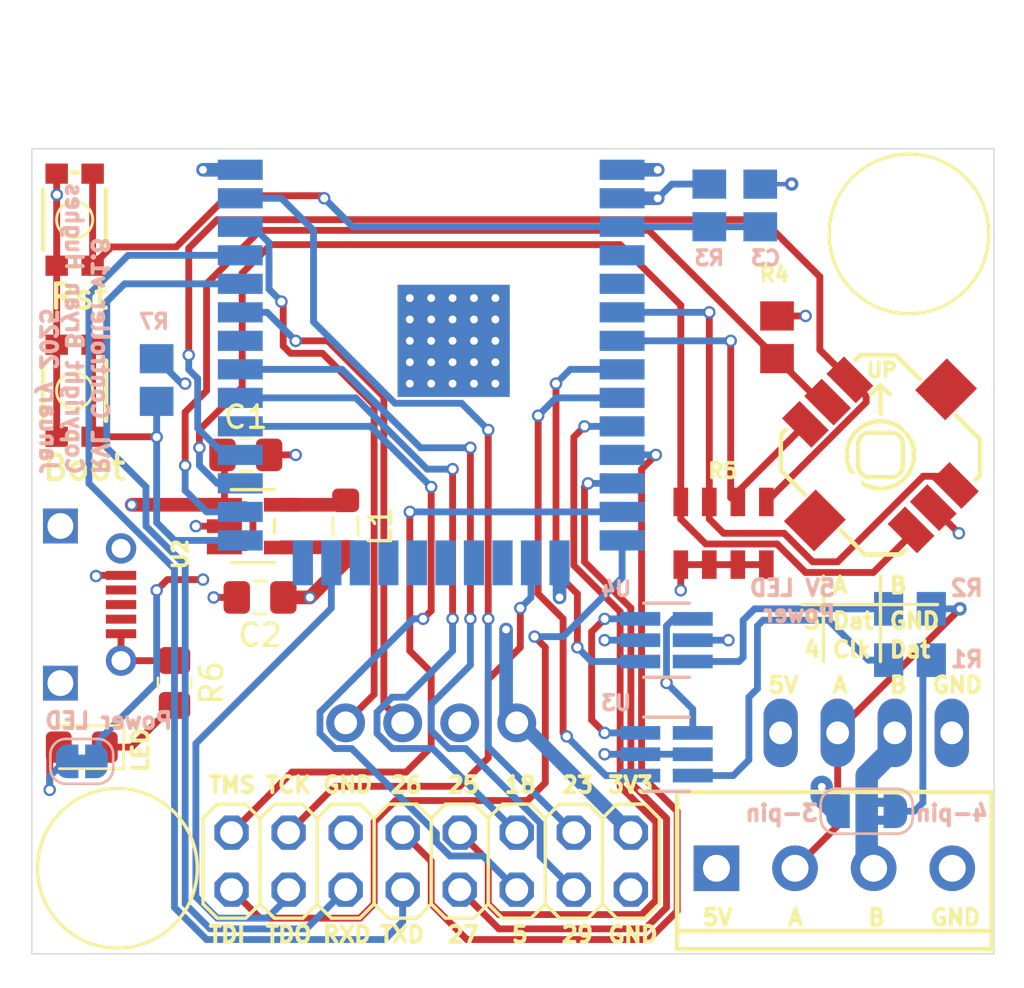
<source format=kicad_pcb>
(kicad_pcb (version 20240108) (generator "pcbnew") (generator_version "8.0")
  (layers (0 "F.Cu" signal) (1 "In1.Cu" signal) (2 "In2.Cu" signal) (31 "B.Cu" signal) (34 "B.Paste" user) (35 "F.Paste" user) (36 "B.SilkS" user "B.Silkscreen") (37 "F.SilkS" user "F.Silkscreen") (38 "B.Mask" user) (39 "F.Mask" user) (44 "Edge.Cuts" user))
  (net 0 "")
  (net 1 "GND")
  (net 2 "+3.3V")
  (net 3 "Net-(J1-Pad2)")
  (net 4 "+5V")
  (net 5 "LED_CLOCK")
  (net 6 "LED_DATA")
  (net 7 "TXD")
  (net 8 "RXD")
  (net 9 "GPIO23")
  (net 10 "SDA")
  (net 11 "SCL")
  (net 12 "Net-(U2-SW)")
  (net 13 "DOWN")
  (net 14 "UP")
  (net 15 "LEFT")
  (net 16 "RIGHT")
  (net 17 "CENTER")
  (net 18 "TDO")
  (net 19 "TDI")
  (net 20 "TCK")
  (net 21 "TMS")
  (net 22 "GPIO27")
  (net 23 "GPIO25")
  (net 24 "GPIO26")
  (net 25 "Net-(U3-A)")
  (net 26 "Net-(U4-A)")
  (net 27 "GPIO5")
  (net 28 "GPIO18")
  (net 29 "GPIO19")
  (net 30 "Net-(U$2-EN)")
  (net 31 "Net-(U$2-IO0)")
  (net 45 "Net-(LED1-K)")
  (net 46 "Net-(SJ1-C)")
  (net 47 "Net-(SJ1-A)")
  (footprint "controller:SCREWTERMINAL-3.5MM-4" (layer "F.Cu") (at 157.55985 119.1261)
    (property "Reference" "J1" (hide yes))
    (property "Value" "CONN_04SCREW")
  )
  (footprint "Resistor_SMD:R_0805_2012Metric_Pad1.20x1.40mm_HandSolder" (layer "F.Cu") (at 133.42985 110.8711 -90)
    (property "Reference" "R6")
    (property "Value" "1k")
  )
  (footprint "controller:1X04" (layer "F.Cu") (at 164.22735 113.0936)
    (property "Reference" "JP1" (hide yes))
    (property "Value" "PINHD-1X4")
  )
  (footprint "controller:MF05A-M" (layer "F.Cu") (at 136.92235 103.8861)
    (property "Reference" "U2")
    (property "Value" "LM3671MF-3.3/NOPBMF05A-M" (hide yes))
  )
  (footprint "MountingHole:MountingHole_3.5mm" (layer "F.Cu") (at 166.116 90.932)
    (property "Reference" "H2" (hide yes))
    (property "Value" "MountingHole")
  )
  (footprint "controller:TACTILE_SWITCH_SMD_4.6X2.8MM" (layer "F.Cu") (at 128.98485 97.8536 90)
    (property "Reference" "S2" (hide yes))
    (property "Value" "MOMENTARY-SWITCH-SPST-2-SMD-4.6X2.8MM")
  )
  (footprint "controller:TACTILE_SWITCH_SMD_4.6X2.8MM" (layer "F.Cu") (at 128.98485 90.2336 -90)
    (property "Reference" "S3" (hide yes))
    (property "Value" "MOMENTARY-SWITCH-SPST-2-SMD-4.6X2.8MM")
  )
  (footprint "LED_SMD:LED_0805_2012Metric_Pad1.15x1.40mm_HandSolder" (layer "F.Cu") (at 129.30235 113.7286 180)
    (property "Reference" "LED1" (hide yes))
    (property "Value" "Power")
  )
  (footprint "controller:R0805" (layer "F.Cu") (at 160.2586 95.47235 90)
    (property "Reference" "R4")
    (property "Value" "10k" (hide yes))
  )
  (footprint "controller:JOYSTICK_MINI" (layer "F.Cu") (at 164.86235 100.7111 -45)
    (property "Reference" "S1" (hide yes))
    (property "Value" "JOYSTICK_MINI")
  )
  (footprint "Inductor_SMD:L_0805_2012Metric_Pad1.05x1.20mm_HandSolder" (layer "F.Cu") (at 141.04985 103.8861 -90)
    (property "Reference" "L1")
    (property "Value" "2.2uH")
  )
  (footprint "controller:2012-4N-CONCAVE" (layer "F.Cu") (at 157.87735 104.2036)
    (property "Reference" "R5")
    (property "Value" "10k" (hide yes))
  )
  (footprint "Capacitor_SMD:C_0805_2012Metric_Pad1.18x1.45mm_HandSolder" (layer "F.Cu") (at 137.23985 107.0611 180)
    (property "Reference" "C2")
    (property "Value" "10uF")
  )
  (footprint "controller:2X08" (layer "F.Cu") (at 144.85985 118.8086 180)
    (property "Reference" "JP2" (hide yes))
    (property "Value" "PINHD-2X8")
  )
  (footprint "Capacitor_SMD:C_0805_2012Metric_Pad1.18x1.45mm_HandSolder" (layer "F.Cu") (at 136.60485 100.7111)
    (property "Reference" "C1")
    (property "Value" "4.7uF")
  )
  (footprint "controller:SSD1306-OLED" (layer "F.Cu") (at 144.85985 114.6811)
    (property "Reference" "U$5" (hide yes))
    (property "Value" "SSD1306-OLED" (hide yes))
  )
  (footprint "MountingHole:MountingHole_3.5mm" (layer "F.Cu") (at 130.81 119.126)
    (property "Reference" "H1" (hide yes))
    (property "Value" "MountingHole")
  )
  (footprint "controller:10118194-MICRO-USB" (layer "F.Cu") (at 128.34985 107.3786 -90)
    (property "Reference" "U1" (hide yes))
    (property "Value" "10118194-MICRO-USB" (hide yes))
  )
  (footprint "controller:DBV6-M" (layer "B.Cu") (at 155.33735 114.0461 180)
    (property "Reference" "U3")
    (property "Value" "SN74LVC1T45DBVRDBV6-M" (hide yes))
  )
  (footprint "controller:C0805" (layer "B.Cu") (at 159.512 89.601 90)
    (property "Reference" "C3")
    (property "Value" "1uF")
  )
  (footprint "controller:R0805" (layer "B.Cu") (at 166.177 109.855)
    (property "Reference" "R1")
    (property "Value" "68")
  )
  (footprint "Jumper:SolderJumper-3_P1.3mm_Bridged2Bar12_RoundedPad1.0x1.5mm_NumberLabels" (layer "B.Cu") (at 164.25 116.5861 180)
    (property "Reference" "SJ1" (hide yes))
    (property "Value" "LED Type")
  )
  (footprint "controller:R0805" (layer "B.Cu") (at 132.6361 97.37735 90)
    (property "Reference" "R7")
    (property "Value" "10k" (hide yes))
  )
  (footprint "controller:DBV6-M" (layer "B.Cu") (at 155.33735 108.9661 180)
    (property "Reference" "U4")
    (property "Value" "SN74LVC1T45DBVRDBV6-M" (hide yes))
  )
  (footprint "Jumper:SolderJumper-2_P1.3mm_Bridged_RoundedPad1.0x1.5mm" (layer "B.Cu") (at 129.30235 114.3636 180)
    (property "Reference" "SJ2" (hide yes))
    (property "Value" "SJ")
  )
  (footprint "controller:ESP32-WROOM-32D" (layer "B.Cu") (at 144.85985 88.0111 180)
    (property "Reference" "U$2" (hide yes))
    (property "Value" "ESP32-WROOM-32D" (hide yes))
  )
  (footprint "controller:R0805" (layer "B.Cu") (at 166.177 107.569)
    (property "Reference" "R2")
    (property "Value" "68")
  )
  (footprint "controller:R0805" (layer "B.Cu") (at 157.24235 89.5986 90)
    (property "Reference" "R3")
    (property "Value" "10k" (hide yes))
  )
  (gr_line (start 162.32235 106.1086) (end 162.32235 109.9186) (stroke (width 0.1524)) (layer "F.SilkS"))
  (gr_circle (center 130.88985 119.1261) (end 134.44585 119.1261) (stroke (width 0.1524)) (fill none) (layer "F.SilkS"))
  (gr_line (start 164.86235 106.1086) (end 164.86235 109.9186) (stroke (width 0.1524)) (layer "F.SilkS"))
  (gr_circle (center 166.13235 90.8686) (end 169.68835 90.8686) (stroke (width 0.1524)) (fill none) (layer "F.SilkS"))
  (gr_line (start 161.36985 107.3786) (end 167.40235 107.3786) (stroke (width 0.1524)) (layer "F.SilkS"))
  (gr_line (start 169.92235 122.9361) (end 169.92235 87.0711) (stroke (width 0.05)) (layer "Edge.Cuts"))
  (gr_line (start 169.92235 87.0711) (end 127.07985 87.0711) (stroke (width 0.05)) (layer "Edge.Cuts"))
  (gr_line (start 127.07985 87.0711) (end 127.07985 122.9361) (stroke (width 0.05)) (layer "Edge.Cuts"))
  (gr_line (start 127.07985 122.9361) (end 169.92235 122.9361) (stroke (width 0.05)) (layer "Edge.Cuts"))
  (gr_text "5V LED\nPower" (at 162.941 108.204 0) (layer "B.SilkS") (effects (font (size 0.7112 0.7112) (thickness 0.1778)) (justify left bottom mirror)))
  (gr_text "4-pin" (at 169.75 116.25 0) (layer "B.SilkS") (effects (font (size 0.7112 0.7112) (thickness 0.1778)) (justify left top mirror)))
  (gr_text "3-pin" (at 158.75 116.25 0) (layer "B.SilkS") (effects (font (size 0.7112 0.7112) (thickness 0.1778)) (justify right top mirror)))
  (gr_text "Power LED" (at 133.42985 112.1411 0) (layer "B.SilkS") (effects (font (size 0.7112 0.7112) (thickness 0.1778)) (justify left top mirror)))
  (gr_text "RVL Controller v1.8\nCopyright Bryan Hughes\nJanuary 2025" (at 127.39735 101.6636 270) (layer "B.SilkS") (effects (font (size 0.7112 0.7112) (thickness 0.1778)) (justify left bottom mirror)))
  (gr_text "GND" (at 167.08485 110.5536 0) (layer "F.SilkS") (effects (font (size 0.7112 0.7112) (thickness 0.1778)) (justify left top)))
  (gr_text "A" (at 160.655 120.904 0) (layer "F.SilkS") (effects (font (size 0.7112 0.7112) (thickness 0.1778)) (justify left top)))
  (gr_text "Boot" (at 127.46085 101.9176 0) (layer "F.SilkS") (effects (font (size 1.0795 1.0795) (thickness 0.1905)) (justify left bottom)))
  (gr_text "TCK" (at 137.3986 114.9986 0) (layer "F.SilkS") (effects (font (size 0.7112 0.7112) (thickness 0.1778)) (justify left top)))
  (gr_text "TDO" (at 137.3986 121.6661 0) (layer "F.SilkS") (effects (font (size 0.7112 0.7112) (thickness 0.1778)) (justify left top)))
  (gr_text "LED" (at 131.5 112.7761 90) (layer "F.SilkS") (effects (font (size 0.7112 0.7112) (thickness 0.1778)) (justify right top)))
  (gr_text "25" (at 145.49485 114.9986 0) (layer "F.SilkS") (effects (font (size 0.7112 0.7112) (thickness 0.1778)) (justify left top)))
  (gr_text "GND" (at 167.005 120.904 0) (layer "F.SilkS") (effects (font (size 0.7112 0.7112) (thickness 0.1778)) (justify left top)))
  (gr_text "4" (at 161.36985 108.9661 0) (layer "F.SilkS") (effects (font (size 0.7112 0.7112) (thickness 0.1778)) (justify left top)))
  (gr_text "23" (at 150.57485 114.9986 0) (layer "F.SilkS") (effects (font (size 0.7112 0.7112) (thickness 0.1778)) (justify left top)))
  (gr_text "27" (at 145.49485 121.6661 0) (layer "F.SilkS") (effects (font (size 0.7112 0.7112) (thickness 0.1778)) (justify left top)))
  (gr_text "B" (at 165.17985 106.1086 0) (layer "F.SilkS") (effects (font (size 0.7112 0.7112) (thickness 0.1778)) (justify left top)))
  (gr_text "29" (at 150.57485 121.6661 0) (layer "F.SilkS") (effects (font (size 0.7112 0.7112) (thickness 0.1778)) (justify left top)))
  (gr_text "Dat" (at 162.63985 107.6961 0) (layer "F.SilkS") (effects (font (size 0.7112 0.7112) (thickness 0.1778)) (justify left top)))
  (gr_text "GND" (at 165.17985 107.6961 0) (layer "F.SilkS") (effects (font (size 0.7112 0.7112) (thickness 0.1778)) (justify left top)))
  (gr_text "5V" (at 159.78235 110.5536 0) (layer "F.SilkS") (effects (font (size 0.7112 0.7112) (thickness 0.1778)) (justify left top)))
  (gr_text "3V3" (at 152.6386 114.9986 0) (layer "F.SilkS") (effects (font (size 0.7112 0.7112) (thickness 0.1778)) (justify left top)))
  (gr_text "TXD" (at 142.4786 121.6661 0) (layer "F.SilkS") (effects (font (size 0.7112 0.7112) (thickness 0.1778)) (justify left top)))
  (gr_text "26" (at 142.95485 114.9986 0) (layer "F.SilkS") (effects (font (size 0.7112 0.7112) (thickness 0.1778)) (justify left top)))
  (gr_text "A" (at 162.63985 110.5536 0) (layer "F.SilkS") (effects (font (size 0.7112 0.7112) (thickness 0.1778)) (justify left top)))
  (gr_text "GND" (at 152.6386 121.6661 0) (layer "F.SilkS") (effects (font (size 0.7112 0.7112) (thickness 0.1778)) (justify left top)))
  (gr_text "3" (at 161.36985 107.6961 0) (layer "F.SilkS") (effects (font (size 0.7112 0.7112) (thickness 0.1778)) (justify left top)))
  (gr_text "Clk" (at 162.63985 108.9661 0) (layer "F.SilkS") (effects (font (size 0.7112 0.7112) (thickness 0.1778)) (justify left top)))
  (gr_text "Dat" (at 165.17985 108.9661 0) (layer "F.SilkS") (effects (font (size 0.7112 0.7112) (thickness 0.1778)) (justify left top)))
  (gr_text "RXD" (at 139.9386 121.6661 0) (layer "F.SilkS") (effects (font (size 0.7112 0.7112) (thickness 0.1778)) (justify left top)))
  (gr_text "5V" (at 156.845 120.904 0) (layer "F.SilkS") (effects (font (size 0.7112 0.7112) (thickness 0.1778)) (justify left top)))
  (gr_text "A" (at 162.63985 106.1086 0) (layer "F.SilkS") (effects (font (size 0.7112 0.7112) (thickness 0.1778)) (justify left top)))
  (gr_text "18" (at 148.03485 114.9986 0) (layer "F.SilkS") (effects (font (size 0.7112 0.7112) (thickness 0.1778)) (justify left top)))
  (gr_text "5" (at 148.35235 121.6661 0) (layer "F.SilkS") (effects (font (size 0.7112 0.7112) (thickness 0.1778)) (justify left top)))
  (gr_text "B" (at 164.211 120.904 0) (layer "F.SilkS") (effects (font (size 0.7112 0.7112) (thickness 0.1778)) (justify left top)))
  (gr_text "TDI" (at 134.8586 121.6661 0) (layer "F.SilkS") (effects (font (size 0.7112 0.7112) (thickness 0.1778)) (justify left top)))
  (gr_text "GND" (at 139.9386 114.9986 0) (layer "F.SilkS") (effects (font (size 0.7112 0.7112) (thickness 0.1778)) (justify left top)))
  (gr_text "TMS" (at 134.8586 114.9986 0) (layer "F.SilkS") (effects (font (size 0.7112 0.7112) (thickness 0.1778)) (justify left top)))
  (gr_text "Rst" (at 127.77835 94.2976 0) (layer "F.SilkS") (effects (font (size 1.0795 1.0795) (thickness 0.1905)) (justify left bottom)))
  (gr_text "B" (at 165.17985 110.5536 0) (layer "F.SilkS") (effects (font (size 0.7112 0.7112) (thickness 0.1778)) (justify left top)))
  (segment (start 168.354846 104.2036) (end 168.35485 104.2036) (width 0.3048) (layer "F.Cu") (net 1))
  (segment (start 128.18485 89.1161) (end 128.18485 88.1836) (width 0.3048) (layer "F.Cu") (net 1))
  (segment (start 128.18485 89.1286) (end 128.1911 89.12235) (width 0.3048) (layer "F.Cu") (net 1))
  (segment (start 128.18485 95.8036) (end 128.18485 92.2836) (width 0.3048) (layer "F.Cu") (net 1))
  (segment (start 131.04985 108.6786) (end 131.04985 109.8786) (width 0.3048) (layer "F.Cu") (net 1))
  (segment (start 128.18485 99.9036) (end 128.18485 95.8036) (width 0.3048) (layer "F.Cu") (net 1))
  (segment (start 131.04985 109.8786) (end 133.38735 109.8786) (width 0.3048) (layer "F.Cu") (net 1))
  (segment (start 133.38735 109.8786) (end 133.42985 109.9211) (width 0.3048) (layer "F.Cu") (net 1))
  (segment (start 128.18485 92.2836) (end 128.18485 89.1286) (width 0.3048) (layer "F.Cu") (net 1))
  (segment (start 128.1911 89.12235) (end 128.18485 89.1161) (width 0.3048) (layer "F.Cu") (net 1))
  (segment (start 136.28985 107.0611) (end 135.1761 107.0611) (width 0.3048) (layer "F.Cu") (net 1))
  (segment (start 167.213478 103.062232) (end 168.354846 104.2036) (width 0.3048) (layer "F.Cu") (net 1))
  (segment (start 135.65315 103.8861) (end 134.38235 103.8861) (width 0.3048) (layer "F.Cu") (net 1))
  (segment (start 137.55485 100.7111) (end 138.82735 100.7111) (width 0.3048) (layer "F.Cu") (net 1))
  (via (at 145.81235 93.7261) (size 0.5532) (drill 0.35) (layers "F.Cu" "B.Cu") (net 1))
  (via (at 144.85985 96.5836) (size 0.5532) (drill 0.35) (layers "F.Cu" "B.Cu") (net 1))
  (via (at 143.90735 94.6786) (size 0.5532) (drill 0.35) (layers "F.Cu" "B.Cu") (net 1))
  (via (at 158.09325 108.9661) (size 0.5532) (drill 0.35) (layers "F.Cu" "B.Cu") (net 1))
  (via (at 143.90735 95.6311) (size 0.5532) (drill 0.35) (layers "F.Cu" "B.Cu") (net 1))
  (via (at 147.71735 97.5361) (size 0.5532) (drill 0.35) (layers "F.Cu" "B.Cu") (net 1))
  (via (at 147.71735 93.7261) (size 0.5532) (drill 0.35) (layers "F.Cu" "B.Cu") (net 1))
  (via (at 145.81235 95.6311) (size 0.5532) (drill 0.35) (layers "F.Cu" "B.Cu") (net 1))
  (via (at 145.81235 96.5836) (size 0.5532) (drill 0.35) (layers "F.Cu" "B.Cu") (net 1))
  (via (at 145.81235 94.6786) (size 0.5532) (drill 0.35) (layers "F.Cu" "B.Cu") (net 1))
  (via (at 152.58145 114.0461) (size 0.5532) (drill 0.35) (layers "F.Cu" "B.Cu") (net 1))
  (via (at 146.76485 94.6786) (size 0.5532) (drill 0.35) (layers "F.Cu" "B.Cu") (net 1))
  (via (at 146.76485 95.6311) (size 0.5532) (drill 0.35) (layers "F.Cu" "B.Cu") (net 1))
  (via (at 146.76485 93.7261) (size 0.5532) (drill 0.35) (layers "F.Cu" "B.Cu") (net 1))
  (via (at 135.1761 107.0611) (size 0.5532) (drill 0.35) (layers "F.Cu" "B.Cu") (net 1))
  (via (at 152.58145 108.9661) (size 0.5532) (drill 0.35) (layers "F.Cu" "B.Cu") (net 1))
  (via (at 154.94735 88.0111) (size 0.5532) (drill 0.35) (layers "F.Cu" "B.Cu") (net 1))
  (via (at 146.76485 97.5361) (size 0.5532) (drill 0.35) (layers "F.Cu" "B.Cu") (net 1))
  (via (at 143.90735 93.7261) (size 0.5532) (drill 0.35) (layers "F.Cu" "B.Cu") (net 1))
  (via (at 162.25 115.5) (size 0.5532) (drill 0.35) (layers "F.Cu" "B.Cu") (net 1))
  (via (at 147.71735 95.6311) (size 0.5532) (drill 0.35) (layers "F.Cu" "B.Cu") (net 1))
  (via (at 138.82735 100.7111) (size 0.5532) (drill 0.35) (layers "F.Cu" "B.Cu") (net 1))
  (via (at 150.57485 107.0611) (size 0.5532) (drill 0.35) (layers "F.Cu" "B.Cu") (net 1))
  (via (at 147.71735 96.5836) (size 0.5532) (drill 0.35) (layers "F.Cu" "B.Cu") (net 1))
  (via (at 143.90735 97.5361) (size 0.5532) (drill 0.35) (layers "F.Cu" "B.Cu") (net 1))
  (via (at 145.81235 97.5361) (size 0.5532) (drill 0.35) (layers "F.Cu" "B.Cu") (net 1))
  (via (at 144.85985 94.6786) (size 0.5532) (drill 0.35) (layers "F.Cu" "B.Cu") (net 1))
  (via (at 128.1911 89.12235) (size 0.5532) (drill 0.35) (layers "F.Cu" "B.Cu") (net 1))
  (via (at 144.85985 93.7261) (size 0.5532) (drill 0.35) (layers "F.Cu" "B.Cu") (net 1))
  (via (at 147.71735 94.6786) (size 0.5532) (drill 0.35) (layers "F.Cu" "B.Cu") (net 1))
  (via (at 143.90735 96.5836) (size 0.5532) (drill 0.35) (layers "F.Cu" "B.Cu") (net 1))
  (via (at 134.69985 88.0111) (size 0.5532) (drill 0.35) (layers "F.Cu" "B.Cu") (net 1))
  (via (at 146.76485 96.5836) (size 0.5532) (drill 0.35) (layers "F.Cu" "B.Cu") (net 1))
  (via (at 144.85985 97.5361) (size 0.5532) (drill 0.35) (layers "F.Cu" "B.Cu") (net 1))
  (via (at 144.85985 95.6311) (size 0.5532) (drill 0.35) (layers "F.Cu" "B.Cu") (net 1))
  (via (at 134.38235 103.8861) (size 0.5532) (drill 0.35) (layers "F.Cu" "B.Cu") (net 1))
  (via (at 160.909 88.646) (size 0.6) (drill 0.3) (layers "F.Cu" "B.Cu") (net 1))
  (via (at 168.35485 104.2036) (size 0.5532) (drill 0.35) (layers "F.Cu" "B.Cu") (net 1))
  (segment (start 150.57485 105.5211) (end 150.57485 107.0611) (width 0.6096) (layer "B.Cu") (net 1))
  (segment (start 162.25 115.8861) (end 162.95 116.5861) (width 1) (layer "B.Cu") (net 1))
  (segment (start 153.35985 88.0111) (end 154.94735 88.0111) (width 0.6096) (layer "B.Cu") (net 1))
  (segment (start 136.35985 88.0111) (end 134.69985 88.0111) (width 0.6096) (layer "B.Cu") (net 1))
  (segment (start 152.58145 108.9661) (end 154.16895 108.9661) (width 0.3048) (layer "B.Cu") (net 1))
  (segment (start 145.85985 95.6311) (end 145.81235 95.6786) (width 0.6096) (layer "B.Cu") (net 1))
  (segment (start 160.904 88.651) (end 160.909 88.646) (width 0.2) (layer "B.Cu") (net 1))
  (segment (start 145.81235 95.6786) (end 145.81235 96.5836) (width 0.6096) (layer "B.Cu") (net 1))
  (segment (start 159.512 88.651) (end 160.904 88.651) (width 0.2) (layer "B.Cu") (net 1))
  (segment (start 156.50575 108.9661) (end 158.09325 108.9661) (width 0.3048) (layer "B.Cu") (net 1))
  (segment (start 154.16895 114.0461) (end 156.50575 114.0461) (width 0.3048) (layer "B.Cu") (net 1))
  (segment (start 152.58145 114.0461) (end 154.16895 114.0461) (width 0.3048) (layer "B.Cu") (net 1))
  (segment (start 162.25 115.5) (end 162.25 115.8861) (width 1) (layer "B.Cu") (net 1))
  (segment (start 127.8736 114.10735) (end 128.25235 113.7286) (width 0.3048) (layer "F.Cu") (net 2))
  (segment (start 152.58145 108.0161) (end 152.0036 108.59395) (width 0.3048) (layer "F.Cu") (net 2))
  (segment (start 152.0036 112.51825) (end 152.58145 113.0961) (width 0.3048) (layer "F.Cu") (net 2))
  (segment (start 133.11235 106.26735) (end 134.69985 106.26735) (width 0.3048) (layer "F.Cu") (net 2))
  (segment (start 161.5261 94.52235) (end 161.5286 94.51985) (width 0.3048) (layer "F.Cu") (net 2))
  (segment (start 141.04985 104.8261) (end 141.04985 105.4711) (width 0.6096) (layer "F.Cu") (net 2))
  (segment (start 152.0036 108.59395) (end 152.0036 112.51825) (width 0.3048) (layer "F.Cu") (net 2))
  (segment (start 157.24235 105.6006) (end 158.51235 105.6006) (width 0.3048) (layer "F.Cu") (net 2))
  (segment (start 155.97235 106.7436) (end 155.97235 105.6006) (width 0.3048) (layer "F.Cu") (net 2))
  (segment (start 138.20405 104.8261) (end 141.04985 104.8261) (width 0.6096) (layer "F.Cu") (net 2))
  (segment (start 155.97235 105.6006) (end 157.24235 105.6006) (width 0.3048) (layer "F.Cu") (net 2))
  (segment (start 141.04985 105.4711) (end 139.45985 107.0611) (width 0.6096) (layer "F.Cu") (net 2))
  (segment (start 158.51235 105.6006) (end 159.78235 105.6006) (width 0.3048) (layer "F.Cu") (net 2))
  (segment (start 160.2586 94.52235) (end 161.5261 94.52235) (width 0.3048) (layer "F.Cu") (net 2))
  (segment (start 139.45985 107.0611) (end 138.18985 107.0611) (width 0.6096) (layer "F.Cu") (net 2))
  (segment (start 132.6361 106.7436) (end 133.11235 106.26735) (width 0.3048) (layer "F.Cu") (net 2))
  (segment (start 138.19155 104.8386) (end 138.20405 104.8261) (width 0.6096) (layer "F.Cu") (net 2))
  (segment (start 127.8736 115.6336) (end 127.8736 114.10735) (width 0.3048) (layer "F.Cu") (net 2))
  (via (at 161.5286 94.51985) (size 0.5532) (drill 0.35) (layers "F.Cu" "B.Cu") (net 2))
  (via (at 139.45985 107.0611) (size 0.5532) (drill 0.35) (layers "F.Cu" "B.Cu") (net 2))
  (via (at 152.58145 108.0161) (size 0.5532) (drill 0.35) (layers "F.Cu" "B.Cu") (net 2))
  (via (at 152.58145 113.0961) (size 0.5532) (drill 0.35) (layers "F.Cu" "B.Cu") (net 2))
  (via (at 155.97235 106.7436) (size 0.5532) (drill 0.35) (layers "F.Cu" "B.Cu") (net 2))
  (via (at 134.69985 106.26735) (size 0.5532) (drill 0.35) (layers "F.Cu" "B.Cu") (net 2))
  (via (at 132.6361 106.7436) (size 0.5532) (drill 0.35) (layers "F.Cu" "B.Cu") (net 2))
  (via (at 148.1936 108.48985) (size 0.5532) (drill 0.35) (layers "F.Cu" "B.Cu") (net 2))
  (via (at 127.8736 115.6336) (size 0.5532) (drill 0.35) (layers "F.Cu" "B.Cu") (net 2))
  (via (at 133.9061 97.5361) (size 0.5532) (drill 0.35) (layers "F.Cu" "B.Cu") (net 2))
  (via (at 154.94735 89.2811) (size 0.5532) (drill 0.35) (layers "F.Cu" "B.Cu") (net 2))
  (segment (start 132.6361 106.7436) (end 132.6361 110.83935) (width 0.3048) (layer "B.Cu") (net 2))
  (segment (start 132.6361 110.83935) (end 130.06435 113.4111) (width 0.3048) (layer "B.Cu") (net 2))
  (segment (start 153.74985 117.5386) (end 148.86035 112.6491) (width 0.6096) (layer "B.Cu") (net 2))
  (segment (start 127.8736 115.03035) (end 127.8736 115.6336) (width 0.3048) (layer "B.Cu") (net 2))
  (segment (start 133.74485 97.5361) (end 133.9061 97.5361) (width 0.3048) (layer "B.Cu") (net 2))
  (segment (start 148.1936 112.17285) (end 148.1936 108.48985) (width 0.6096) (layer "B.Cu") (net 2))
  (segment (start 153.35985 89.2811) (end 154.94735 89.2811) (width 0.6096) (layer "B.Cu") (net 2))
  (segment (start 148.86035 112.6491) (end 148.66985 112.6491) (width 0.6096) (layer "B.Cu") (net 2))
  (segment (start 130.06435 114.3636) (end 128.54035 114.3636) (width 0.3048) (layer "B.Cu") (net 2))
  (segment (start 148.66985 112.6491) (end 148.1936 112.17285) (width 0.6096) (layer "B.Cu") (net 2))
  (segment (start 130.06435 113.4111) (end 130.06435 114.3636) (width 0.3048) (layer "B.Cu") (net 2))
  (segment (start 132.6361 96.42735) (end 133.74485 97.5361) (width 0.3048) (layer "B.Cu") (net 2))
  (segment (start 152.58145 113.0961) (end 154.16895 113.0961) (width 0.3048) (layer "B.Cu") (net 2))
  (segment (start 152.58145 108.0161) (end 154.16895 108.0161) (width 0.3048) (layer "B.Cu") (net 2))
  (segment (start 157.24235 88.6486) (end 155.57985 88.6486) (width 0.3048) (layer "B.Cu") (net 2))
  (segment (start 155.57985 88.6486) (end 154.94735 89.2811) (width 0.3048) (layer "B.Cu") (net 2))
  (segment (start 128.54035 114.3636) (end 127.8736 115.03035) (width 0.3048) (layer "B.Cu") (net 2))
  (segment (start 162.95735 113.0936) (end 162.95735 117.2286) (width 0.3048) (layer "F.Cu") (net 3))
  (segment (start 162.95735 113.01365) (end 162.95735 113.0936) (width 0.3048) (layer "F.Cu") (net 3))
  (segment (start 168.402 107.569) (end 162.95735 113.01365) (width 0.3048) (layer "F.Cu") (net 3))
  (segment (start 162.95735 117.2286) (end 161.05985 119.1261) (width 0.3048) (layer "F.Cu") (net 3))
  (via (at 168.402 107.569) (size 0.6) (drill 0.3) (layers "F.Cu" "B.Cu") (net 3))
  (segment (start 167.127 107.569) (end 168.402 107.569) (width 0.3048) (layer "B.Cu") (net 3))
  (segment (start 162.95735 113.0936) (end 162.652112 113.0936) (width 0.3048) (layer "B.Cu") (net 3))
  (segment (start 135.65315 104.8386) (end 136.60485 104.8386) (width 0.3048) (layer "F.Cu") (net 4))
  (segment (start 136.92235 103.2511) (end 136.60485 102.9336) (width 0.3048) (layer "F.Cu") (net 4))
  (segment (start 136.60485 104.8386) (end 136.92235 104.5211) (width 0.3048) (layer "F.Cu") (net 4))
  (segment (start 131.04985 106.0786) (end 129.96735 106.0786) (width 0.3048) (layer "F.Cu") (net 4))
  (segment (start 135.65485 100.7111) (end 135.65485 102.9319) (width 0.3048) (layer "F.Cu") (net 4))
  (segment (start 129.96735 106.0786) (end 129.93735 106.1086) (width 0.3048) (layer "F.Cu") (net 4))
  (segment (start 136.60485 102.9336) (end 135.65315 102.9336) (width 0.3048) (layer "F.Cu") (net 4))
  (segment (start 135.65485 102.9319) (end 135.65315 102.9336) (width 0.3048) (layer "F.Cu") (net 4))
  (segment (start 131.52485 102.9336) (end 135.65315 102.9336) (width 0.6096) (layer "F.Cu") (net 4))
  (segment (start 136.92235 104.5211) (end 136.92235 103.2511) (width 0.3048) (layer "F.Cu") (net 4))
  (via (at 131.52485 102.9336) (size 0.5532) (drill 0.35) (layers "F.Cu" "B.Cu") (net 4))
  (via (at 155.33735 110.8711) (size 0.5532) (drill 0.35) (layers "F.Cu" "B.Cu") (net 4))
  (via (at 129.93735 106.1086) (size 0.5532) (drill 0.35) (layers "F.Cu" "B.Cu") (net 4))
  (segment (start 155.33735 108.3311) (end 155.33735 110.8711) (width 0.3048) (layer "B.Cu") (net 4))
  (segment (start 155.33735 110.8711) (end 156.50575 112.0395) (width 0.3048) (layer "B.Cu") (net 4))
  (segment (start 155.65235 108.0161) (end 155.33735 108.3311) (width 0.3048) (layer "B.Cu") (net 4))
  (segment (start 156.50575 112.0395) (end 156.50575 113.0961) (width 0.3048) (layer "B.Cu") (net 4))
  (segment (start 156.50575 108.0161) (end 155.65235 108.0161) (width 0.3048) (layer "B.Cu") (net 4))
  (segment (start 151.3686 109.2836) (end 151.3686 106.90235) (width 0.3048) (layer "F.Cu") (net 5))
  (segment (start 150.4161 105.94985) (end 150.4161 97.5361) (width 0.3048) (layer "F.Cu") (net 5))
  (segment (start 151.3686 106.90235) (end 150.4161 105.94985) (width 0.3048) (layer "F.Cu") (net 5))
  (via (at 151.3686 109.2836) (size 0.5532) (drill 0.35) (layers "F.Cu" "B.Cu") (net 5))
  (via (at 150.4161 97.5361) (size 0.5532) (drill 0.35) (layers "F.Cu" "B.Cu") (net 5))
  (segment (start 150.4161 97.5361) (end 151.0511 96.9011) (width 0.3048) (layer "B.Cu") (net 5))
  (segment (start 151.0511 96.9011) (end 153.35985 96.9011) (width 0.3048) (layer "B.Cu") (net 5))
  (segment (start 154.16895 109.9161) (end 152.0011 109.9161) (width 0.3048) (layer "B.Cu") (net 5))
  (segment (start 152.0011 109.9161) (end 151.3686 109.2836) (width 0.3048) (layer "B.Cu") (net 5))
  (segment (start 150.7336 108.0136) (end 149.62235 106.90235) (width 0.3048) (layer "F.Cu") (net 6))
  (segment (start 150.89235 113.25235) (end 150.7336 113.0936) (width 0.3048) (layer "F.Cu") (net 6))
  (segment (start 150.7336 113.0936) (end 150.7336 108.0136) (width 0.3048) (layer "F.Cu") (net 6))
  (segment (start 149.62235 106.90235) (end 149.62235 98.96485) (width 0.3048) (layer "F.Cu") (net 6))
  (via (at 150.89235 113.25235) (size 0.5532) (drill 0.35) (layers "F.Cu" "B.Cu") (net 6))
  (via (at 149.62235 98.96485) (size 0.5532) (drill 0.35) (layers "F.Cu" "B.Cu") (net 6))
  (segment (start 149.62235 98.96485) (end 150.4161 98.1711) (width 0.3048) (layer "B.Cu") (net 6))
  (segment (start 152.6361 114.9961) (end 150.89235 113.25235) (width 0.3048) (layer "B.Cu") (net 6))
  (segment (start 154.16895 114.9961) (end 152.6361 114.9961) (width 0.3048) (layer "B.Cu") (net 6))
  (segment (start 150.4161 98.1711) (end 153.35985 98.1711) (width 0.3048) (layer "B.Cu") (net 6))
  (segment (start 136.35985 91.8211) (end 131.3661 91.8211) (width 0.3048) (layer "B.Cu") (net 7))
  (segment (start 129.61985 93.56735) (end 129.61985 101.9811) (width 0.3048) (layer "B.Cu") (net 7))
  (segment (start 133.42985 105.7911) (end 133.42985 120.87235) (width 0.3048) (layer "B.Cu") (net 7))
  (segment (start 143.58985 121.50735) (end 143.58985 120.0786) (width 0.3048) (layer "B.Cu") (net 7))
  (segment (start 134.8586 122.3011) (end 142.7961 122.3011) (width 0.3048) (layer "B.Cu") (net 7))
  (segment (start 131.3661 91.8211) (end 129.61985 93.56735) (width 0.3048) (layer "B.Cu") (net 7))
  (segment (start 142.7961 122.3011) (end 143.58985 121.50735) (width 0.3048) (layer "B.Cu") (net 7))
  (segment (start 129.61985 101.9811) (end 133.42985 105.7911) (width 0.3048) (layer "B.Cu") (net 7))
  (segment (start 133.42985 120.87235) (end 134.8586 122.3011) (width 0.3048) (layer "B.Cu") (net 7))
  (segment (start 133.9061 120.7136) (end 135.01735 121.82485) (width 0.3048) (layer "B.Cu") (net 8))
  (segment (start 131.20735 93.0911) (end 130.4136 93.88485) (width 0.3048) (layer "B.Cu") (net 8))
  (segment (start 133.9061 105.63235) (end 133.9061 120.7136) (width 0.3048) (layer "B.Cu") (net 8))
  (segment (start 130.4136 100.3936) (end 132.15985 102.13985) (width 0.3048) (layer "B.Cu") (net 8))
  (segment (start 130.4136 93.88485) (end 130.4136 100.3936) (width 0.3048) (layer "B.Cu") (net 8))
  (segment (start 136.35985 93.0911) (end 131.20735 93.0911) (width 0.3048) (layer "B.Cu") (net 8))
  (segment (start 135.01735 121.82485) (end 139.3036 121.82485) (width 0.3048) (layer "B.Cu") (net 8))
  (segment (start 132.15985 103.8861) (end 133.9061 105.63235) (width 0.3048) (layer "B.Cu") (net 8))
  (segment (start 132.15985 102.13985) (end 132.15985 103.8861) (width 0.3048) (layer "B.Cu") (net 8))
  (segment (start 139.3036 121.82485) (end 141.04985 120.0786) (width 0.3048) (layer "B.Cu") (net 8))
  (segment (start 147.39985 108.0136) (end 147.39985 99.59985) (width 0.3048) (layer "F.Cu") (net 9))
  (via (at 147.39985 99.59985) (size 0.5532) (drill 0.35) (layers "F.Cu" "B.Cu") (net 9))
  (via (at 147.39985 108.0136) (size 0.5532) (drill 0.35) (layers "F.Cu" "B.Cu") (net 9))
  (segment (start 143.244118 98.4105) (end 139.6211 94.787482) (width 0.3048) (layer "B.Cu") (net 9))
  (segment (start 147.39985 99.59985) (end 146.2105 98.4105) (width 0.3048) (layer "B.Cu") (net 9))
  (segment (start 147.39985 113.7286) (end 147.39985 108.0136) (width 0.3048) (layer "B.Cu") (net 9))
  (segment (start 139.6211 90.70985) (end 138.19235 89.2811) (width 0.3048) (layer "B.Cu") (net 9))
  (segment (start 139.6211 94.787482) (end 139.6211 90.70985) (width 0.3048) (layer "B.Cu") (net 9))
  (segment (start 151.20985 117.5386) (end 147.39985 113.7286) (width 0.3048) (layer "B.Cu") (net 9))
  (segment (start 146.2105 98.4105) (end 143.244118 98.4105) (width 0.3048) (layer "B.Cu") (net 9))
  (segment (start 138.19235 89.2811) (end 136.35985 89.2811) (width 0.3048) (layer "B.Cu") (net 9))
  (segment (start 138.27135 95.861407) (end 138.597043 96.1871) (width 0.3048) (layer "F.Cu") (net 10))
  (segment (start 142.31985 111.3791) (end 141.04985 112.6491) (width 0.3048) (layer "F.Cu") (net 10))
  (segment (start 142.31985 98.4886) (end 142.31985 111.3791) (width 0.3048) (layer "F.Cu") (net 10))
  (segment (start 138.597043 96.1871) (end 140.01835 96.1871) (width 0.3048) (layer "F.Cu") (net 10))
  (segment (start 138.19235 93.88485) (end 138.27135 93.96385) (width 0.3048) (layer "F.Cu") (net 10))
  (segment (start 140.01835 96.1871) (end 142.31985 98.4886) (width 0.3048) (layer "F.Cu") (net 10))
  (segment (start 138.27135 93.96385) (end 138.27135 95.861407) (width 0.3048) (layer "F.Cu") (net 10))
  (via (at 138.19235 93.88485) (size 0.5532) (drill 0.35) (layers "F.Cu" "B.Cu") (net 10))
  (segment (start 137.63925 91.255369) (end 136.934981 90.5511) (width 0.3048) (layer "B.Cu") (net 10))
  (segment (start 138.19235 93.88485) (end 137.63925 93.33175) (width 0.3048) (layer "B.Cu") (net 10))
  (segment (start 137.63925 93.33175) (end 137.63925 91.255369) (width 0.3048) (layer "B.Cu") (net 10))
  (segment (start 136.934981 90.5511) (end 136.35985 90.5511) (width 0.3048) (layer "B.Cu") (net 10))
  (segment (start 142.75165 98.12665) (end 140.2561 95.6311) (width 0.3048) (layer "F.Cu") (net 11))
  (segment (start 140.2561 95.6311) (end 138.82735 95.6311) (width 0.3048) (layer "F.Cu") (net 11))
  (segment (start 143.58985 112.6491) (end 142.75165 111.8109) (width 0.3048) (layer "F.Cu") (net 11))
  (segment (start 142.75165 111.8109) (end 142.75165 98.12665) (width 0.3048) (layer "F.Cu") (net 11))
  (via (at 138.82735 95.6311) (size 0.5532) (drill 0.35) (layers "F.Cu" "B.Cu") (net 11))
  (segment (start 137.55735 94.3611) (end 138.82735 95.6311) (width 0.3048) (layer "B.Cu") (net 11))
  (segment (start 136.35985 94.3611) (end 137.55735 94.3611) (width 0.3048) (layer "B.Cu") (net 11))
  (segment (start 138.19155 102.9336) (end 141.03735 102.9336) (width 0.6096) (layer "F.Cu") (net 12))
  (segment (start 141.03735 102.9336) (end 141.04985 102.9461) (width 0.6096) (layer "F.Cu") (net 12))
  (segment (start 162.1636 92.7736) (end 159.6236 90.2336) (width 0.3048) (layer "F.Cu") (net 13))
  (segment (start 162.1636 96.032454) (end 162.1636 92.7736) (width 0.3048) (layer "F.Cu") (net 13))
  (segment (start 159.6236 90.2336) (end 135.33485 90.2336) (width 0.3048) (layer "F.Cu") (net 13))
  (segment (start 135.33485 90.2336) (end 134.06485 91.5036) (width 0.3048) (layer "F.Cu") (net 13))
  (segment (start 159.78235 102.8066) (end 164.22735 98.3616) (width 0.3048) (layer "F.Cu") (net 13))
  (segment (start 163.501168 97.370022) (end 162.1636 96.032454) (width 0.3048) (layer "F.Cu") (net 13))
  (segment (start 164.22735 98.3616) (end 164.22735 98.096204) (width 0.3048) (layer "F.Cu") (net 13))
  (segment (start 134.06485 91.5036) (end 134.06485 96.2661) (width 0.3048) (layer "F.Cu") (net 13))
  (segment (start 164.22735 98.096204) (end 163.501168 97.370022) (width 0.3048) (layer "F.Cu") (net 13))
  (via (at 134.06485 96.2661) (size 0.5532) (drill 0.35) (layers "F.Cu" "B.Cu") (net 13))
  (segment (start 134.06485 96.908544) (end 134.4621 97.305794) (width 0.3048) (layer "B.Cu") (net 13))
  (segment (start 134.4621 99.52085) (end 135.65235 100.7111) (width 0.3048) (layer "B.Cu") (net 13))
  (segment (start 134.4621 97.305794) (end 134.4621 99.52085) (width 0.3048) (layer "B.Cu") (net 13))
  (segment (start 135.65235 100.7111) (end 136.35985 100.7111) (width 0.3048) (layer "B.Cu") (net 13))
  (segment (start 134.06485 96.2661) (end 134.06485 96.908544) (width 0.3048) (layer "B.Cu") (net 13))
  (segment (start 136.4461 92.61485) (end 136.4461 97.69485) (width 0.3048) (layer "F.Cu") (net 14))
  (segment (start 160.2586 104.67985) (end 161.5286 105.94985) (width 0.3048) (layer "F.Cu") (net 14))
  (segment (start 164.54485 105.94985) (end 166.223528 104.271172) (width 0.3048) (layer "F.Cu") (net 14))
  (segment (start 166.223528 104.271172) (end 166.223528 104.052182) (width 0.3048) (layer "F.Cu") (net 14))
  (segment (start 161.5286 105.94985) (end 164.54485 105.94985) (width 0.3048) (layer "F.Cu") (net 14))
  (segment (start 155.97235 102.8066) (end 155.97235 94.0436) (width 0.3048) (layer "F.Cu") (net 14))
  (segment (start 155.97235 103.5686) (end 157.0836 104.67985) (width 0.3048) (layer "F.Cu") (net 14))
  (segment (start 134.5411 99.59985) (end 134.5411 100.3936) (width 0.3048) (layer "F.Cu") (net 14))
  (segment (start 157.0836 104.67985) (end 160.2586 104.67985) (width 0.3048) (layer "F.Cu") (net 14))
  (segment (start 153.2736 91.34485) (end 155.97235 94.0436) (width 0.3048) (layer "F.Cu") (net 14))
  (segment (start 155.97235 102.8066) (end 155.97235 103.5686) (width 0.3048) (layer "F.Cu") (net 14))
  (segment (start 136.4461 92.61485) (end 137.7161 91.34485) (width 0.3048) (layer "F.Cu") (net 14))
  (segment (start 137.7161 91.34485) (end 153.2736 91.34485) (width 0.3048) (layer "F.Cu") (net 14))
  (segment (start 136.4461 97.69485) (end 134.5411 99.59985) (width 0.3048) (layer "F.Cu") (net 14))
  (via (at 134.5411 100.3936) (size 0.5532) (drill 0.35) (layers "F.Cu" "B.Cu") (net 14))
  (segment (start 134.5411 101.18735) (end 135.33485 101.9811) (width 0.3048) (layer "B.Cu") (net 14))
  (segment (start 135.33485 101.9811) (end 136.35985 101.9811) (width 0.3048) (layer "B.Cu") (net 14))
  (segment (start 134.5411 100.3936) (end 134.5411 101.18735) (width 0.3048) (layer "B.Cu") (net 14))
  (segment (start 161.521268 99.349922) (end 158.51235 102.358841) (width 0.3048) (layer "F.Cu") (net 15))
  (segment (start 158.19485 102.6161) (end 158.19485 95.6311) (width 0.3048) (layer "F.Cu") (net 15))
  (segment (start 158.51235 102.8066) (end 158.428306 102.756175) (width 0.3048) (layer "F.Cu") (net 15))
  (segment (start 158.51235 102.358841) (end 158.51235 102.8066) (width 0.3048) (layer "F.Cu") (net 15))
  (segment (start 158.428306 102.756175) (end 158.19485 102.6161) (width 0.3048) (layer "F.Cu") (net 15))
  (via (at 158.19485 95.6311) (size 0.5532) (drill 0.35) (layers "F.Cu" "B.Cu") (net 15))
  (segment (start 158.19485 95.6311) (end 153.35985 95.6311) (width 0.3048) (layer "B.Cu") (net 15))
  (segment (start 157.24235 102.8066) (end 157.24235 94.3611) (width 0.3048) (layer "F.Cu") (net 16))
  (segment (start 157.24235 102.8066) (end 157.24235 103.5686) (width 0.3048) (layer "F.Cu") (net 16))
  (segment (start 160.5761 104.2036) (end 161.8461 105.4736) (width 0.3048) (layer "F.Cu") (net 16))
  (segment (start 157.24235 103.5686) (end 157.87735 104.2036) (width 0.3048) (layer "F.Cu") (net 16))
  (segment (start 167.794746 101.6636) (end 168.203428 102.072282) (width 0.3048) (layer "F.Cu") (net 16))
  (segment (start 161.8461 105.4736) (end 162.95735 105.4736) (width 0.3048) (layer "F.Cu") (net 16))
  (segment (start 157.87735 104.2036) (end 160.5761 104.2036) (width 0.3048) (layer "F.Cu") (net 16))
  (segment (start 166.76735 101.6636) (end 167.794746 101.6636) (width 0.3048) (layer "F.Cu") (net 16))
  (segment (start 162.95735 105.4736) (end 166.76735 101.6636) (width 0.3048) (layer "F.Cu") (net 16))
  (via (at 157.24235 94.3611) (size 0.5532) (drill 0.35) (layers "F.Cu" "B.Cu") (net 16))
  (segment (start 157.24235 94.3611) (end 153.35985 94.3611) (width 0.3048) (layer "B.Cu") (net 16))
  (segment (start 133.9061 98.8061) (end 133.9061 101.18735) (width 0.3048) (layer "F.Cu") (net 17))
  (segment (start 154.5461 90.70985) (end 137.23985 90.70985) (width 0.3048) (layer "F.Cu") (net 17))
  (segment (start 134.8586 97.8536) (end 133.9061 98.8061) (width 0.3048) (layer "F.Cu") (net 17))
  (segment (start 162.196221 98.359972) (end 160.2586 96.42235) (width 0.3048) (layer "F.Cu") (net 17))
  (segment (start 162.511218 98.359972) (end 162.196221 98.359972) (width 0.3048) (layer "F.Cu") (net 17))
  (segment (start 134.8586 93.0911) (end 134.8586 97.8536) (width 0.3048) (layer "F.Cu") (net 17))
  (segment (start 137.23985 90.70985) (end 134.8586 93.0911) (width 0.3048) (layer "F.Cu") (net 17))
  (segment (start 160.2586 96.42235) (end 154.5461 90.70985) (width 0.3048) (layer "F.Cu") (net 17))
  (via (at 133.9061 101.18735) (size 0.5532) (drill 0.35) (layers "F.Cu" "B.Cu") (net 17))
  (segment (start 134.8586 103.2511) (end 136.35985 103.2511) (width 0.3048) (layer "B.Cu") (net 17))
  (segment (start 133.9061 102.2986) (end 134.8586 103.2511) (width 0.3048) (layer "B.Cu") (net 17))
  (segment (start 133.9061 101.18735) (end 133.9061 102.2986) (width 0.3048) (layer "B.Cu") (net 17))
  (segment (start 134.38235 120.3961) (end 135.33485 121.3486) (width 0.3048) (layer "B.Cu") (net 18))
  (segment (start 135.33485 121.3486) (end 137.55735 121.3486) (width 0.3048) (layer "B.Cu") (net 18))
  (segment (start 140.41485 105.5211) (end 140.41485 107.53735) (width 0.3048) (layer "B.Cu") (net 18))
  (segment (start 137.55735 121.3486) (end 138.50985 120.3961) (width 0.3048) (layer "B.Cu") (net 18))
  (segment (start 134.38235 113.56985) (end 134.38235 120.3961) (width 0.3048) (layer "B.Cu") (net 18))
  (segment (start 140.41485 107.53735) (end 134.38235 113.56985) (width 0.3048) (layer "B.Cu") (net 18))
  (segment (start 138.50985 120.3961) (end 138.50985 120.0786) (width 0.3048) (layer "B.Cu") (net 18))
  (segment (start 141.68485 121.3486) (end 142.31985 120.7136) (width 0.3048) (layer "F.Cu") (net 19))
  (segment (start 149.1461 116.10985) (end 149.93985 115.3161) (width 0.3048) (layer "F.Cu") (net 19))
  (segment (start 135.96985 120.0786) (end 137.23985 121.3486) (width 0.3048) (layer "F.Cu") (net 19))
  (segment (start 142.31985 117.06235) (end 143.27235 116.10985) (width 0.3048) (layer "F.Cu") (net 19))
  (segment (start 149.93985 109.2836) (end 149.4636 108.80735) (width 0.3048) (layer "F.Cu") (net 19))
  (segment (start 149.93985 115.3161) (end 149.93985 109.2836) (width 0.3048) (layer "F.Cu") (net 19))
  (segment (start 137.23985 121.3486) (end 141.68485 121.3486) (width 0.3048) (layer "F.Cu") (net 19))
  (segment (start 142.31985 120.7136) (end 142.31985 117.06235) (width 0.3048) (layer "F.Cu") (net 19))
  (segment (start 143.27235 116.10985) (end 149.1461 116.10985) (width 0.3048) (layer "F.Cu") (net 19))
  (via (at 149.4636 108.80735) (size 0.5532) (drill 0.35) (layers "F.Cu" "B.Cu") (net 19))
  (segment (start 153.35985 104.5211) (end 153.35985 106.1811) (width 0.3048) (layer "B.Cu") (net 19))
  (segment (start 153.35985 106.1811) (end 150.7336 108.80735) (width 0.3048) (layer "B.Cu") (net 19))
  (segment (start 150.7336 108.80735) (end 149.4636 108.80735) (width 0.3048) (layer "B.Cu") (net 19))
  (segment (start 146.12985 115.47485) (end 147.39985 114.20485) (width 0.3048) (layer "F.Cu") (net 20))
  (segment (start 140.5736 115.47485) (end 146.12985 115.47485) (width 0.3048) (layer "F.Cu") (net 20))
  (segment (start 138.50985 117.5386) (end 140.5736 115.47485) (width 0.3048) (layer "F.Cu") (net 20))
  (segment (start 147.39985 110.71235) (end 148.8286 109.2836) (width 0.3048) (layer "F.Cu") (net 20))
  (segment (start 147.39985 114.20485) (end 147.39985 110.71235) (width 0.3048) (layer "F.Cu") (net 20))
  (segment (start 148.8286 109.2836) (end 148.8286 107.53735) (width 0.3048) (layer "F.Cu") (net 20))
  (via (at 148.8286 107.53735) (size 0.5532) (drill 0.35) (layers "F.Cu" "B.Cu") (net 20))
  (segment (start 149.30485 105.5211) (end 149.30485 107.0611) (width 0.3048) (layer "B.Cu") (net 20))
  (segment (start 149.30485 107.0611) (end 148.8286 107.53735) (width 0.3048) (layer "B.Cu") (net 20))
  (segment (start 144.85985 113.7286) (end 144.85985 110.39485) (width 0.3048) (layer "F.Cu") (net 21))
  (segment (start 143.7486 114.83985) (end 144.85985 113.7286) (width 0.3048) (layer "F.Cu") (net 21))
  (segment (start 135.96985 117.5386) (end 138.6686 114.83985) (width 0.3048) (layer "F.Cu") (net 21))
  (segment (start 138.6686 114.83985) (end 143.7486 114.83985) (width 0.3048) (layer "F.Cu") (net 21))
  (segment (start 144.85985 110.39485) (end 143.90735 109.44235) (width 0.3048) (layer "F.Cu") (net 21))
  (segment (start 143.90735 109.44235) (end 143.90735 103.2511) (width 0.3048) (layer "F.Cu") (net 21))
  (via (at 143.90735 103.2511) (size 0.5532) (drill 0.35) (layers "F.Cu" "B.Cu") (net 21))
  (segment (start 143.90735 103.2511) (end 153.35985 103.2511) (width 0.3048) (layer "B.Cu") (net 21))
  (segment (start 153.74985 107.53735) (end 151.6861 105.4736) (width 0.3048) (layer "F.Cu") (net 22))
  (segment (start 151.6861 105.4736) (end 151.6861 102.13985) (width 0.3048) (layer "F.Cu") (net 22))
  (segment (start 147.8761 121.82485) (end 154.38485 121.82485) (width 0.3048) (layer "F.Cu") (net 22))
  (segment (start 153.74985 115.3161) (end 153.74985 107.53735) (width 0.3048) (layer "F.Cu") (net 22))
  (segment (start 146.12985 120.0786) (end 147.8761 121.82485) (width 0.3048) (layer "F.Cu") (net 22))
  (segment (start 151.6861 102.13985) (end 151.84485 101.9811) (width 0.3048) (layer "F.Cu") (net 22))
  (segment (start 155.33735 120.87235) (end 155.33735 116.9036) (width 0.3048) (layer "F.Cu") (net 22))
  (segment (start 155.33735 116.9036) (end 153.74985 115.3161) (width 0.3048) (layer "F.Cu") (net 22))
  (segment (start 154.38485 121.82485) (end 155.33735 120.87235) (width 0.3048) (layer "F.Cu") (net 22))
  (via (at 151.84485 101.9811) (size 0.5532) (drill 0.35) (layers "F.Cu" "B.Cu") (net 22))
  (segment (start 151.84485 101.9811) (end 153.35985 101.9811) (width 0.3048) (layer "B.Cu") (net 22))
  (segment (start 147.39985 118.8086) (end 147.39985 120.7136) (width 0.3048) (layer "F.Cu") (net 23))
  (segment (start 153.2736 107.6961) (end 151.20985 105.63235) (width 0.3048) (layer "F.Cu") (net 23))
  (segment (start 154.2261 121.18985) (end 154.8611 120.55485) (width 0.3048) (layer "F.Cu") (net 23))
  (segment (start 151.20985 99.91735) (end 151.6861 99.4411) (width 0.3048) (layer "F.Cu") (net 23))
  (segment (start 147.39985 120.7136) (end 147.8761 121.18985) (width 0.3048) (layer "F.Cu") (net 23))
  (segment (start 154.8611 120.55485) (end 154.8611 117.06235) (width 0.3048) (layer "F.Cu") (net 23))
  (segment (start 153.2736 115.47485) (end 153.2736 107.6961) (width 0.3048) (layer "F.Cu") (net 23))
  (segment (start 146.12985 117.5386) (end 147.39985 118.8086) (width 0.3048) (layer "F.Cu") (net 23))
  (segment (start 151.20985 105.63235) (end 151.20985 99.91735) (width 0.3048) (layer "F.Cu") (net 23))
  (segment (start 154.8611 117.06235) (end 153.2736 115.47485) (width 0.3048) (layer "F.Cu") (net 23))
  (segment (start 147.8761 121.18985) (end 154.2261 121.18985) (width 0.3048) (layer "F.Cu") (net 23))
  (via (at 151.6861 99.4411) (size 0.5532) (drill 0.35) (layers "F.Cu" "B.Cu") (net 23))
  (segment (start 151.6861 99.4411) (end 153.35985 99.4411) (width 0.3048) (layer "B.Cu") (net 23))
  (segment (start 155.8136 116.5861) (end 154.2261 114.9986) (width 0.3048) (layer "F.Cu") (net 24))
  (segment (start 144.85985 118.8086) (end 144.85985 120.7136) (width 0.3048) (layer "F.Cu") (net 24))
  (segment (start 154.2261 111.8236) (end 154.2261 101.3461) (width 0.3048) (layer "F.Cu") (net 24))
  (segment (start 146.44735 122.3011) (end 154.5436 122.3011) (width 0.3048) (layer "F.Cu") (net 24))
  (segment (start 144.85985 120.7136) (end 146.44735 122.3011) (width 0.3048) (layer "F.Cu") (net 24))
  (segment (start 154.5436 122.3011) (end 155.8136 121.0311) (width 0.3048) (layer "F.Cu") (net 24))
  (segment (start 154.2261 114.9986) (end 154.2261 111.8236) (width 0.3048) (layer "F.Cu") (net 24))
  (segment (start 143.58985 117.5386) (end 144.85985 118.8086) (width 0.3048) (layer "F.Cu") (net 24))
  (segment (start 154.2261 101.3461) (end 154.8611 100.7111) (width 0.3048) (layer "F.Cu") (net 24))
  (segment (start 155.8136 121.0311) (end 155.8136 116.5861) (width 0.3048) (layer "F.Cu") (net 24))
  (via (at 154.8611 100.7111) (size 0.5532) (drill 0.35) (layers "F.Cu" "B.Cu") (net 24))
  (segment (start 154.8611 100.7111) (end 153.35985 100.7111) (width 0.3048) (layer "B.Cu") (net 24))
  (segment (start 164.32885 109.855) (end 165.227 109.855) (width 0.3048) (layer "B.Cu") (net 25))
  (segment (start 159.639 108.077) (end 162.55085 108.077) (width 0.3048) (layer "B.Cu") (net 25))
  (segment (start 159.004 114.3) (end 159.004 111.506) (width 0.3048) (layer "B.Cu") (net 25))
  (segment (start 159.004 111.506) (end 159.385 111.125) (width 0.3048) (layer "B.Cu") (net 25))
  (segment (start 162.55085 108.077) (end 164.32885 109.855) (width 0.3048) (layer "B.Cu") (net 25))
  (segment (start 158.3079 114.9961) (end 159.004 114.3) (width 0.3048) (layer "B.Cu") (net 25))
  (segment (start 159.385 108.331) (end 159.639 108.077) (width 0.3048) (layer "B.Cu") (net 25))
  (segment (start 159.385 111.125) (end 159.385 108.331) (width 0.3048) (layer "B.Cu") (net 25))
  (segment (start 156.50575 114.9961) (end 158.3079 114.9961) (width 0.3048) (layer "B.Cu") (net 25))
  (segment (start 158.5619 109.9161) (end 158.75 109.728) (width 0.3048) (layer "B.Cu") (net 26))
  (segment (start 156.50575 109.9161) (end 158.5619 109.9161) (width 0.3048) (layer "B.Cu") (net 26))
  (segment (start 158.75 109.728) (end 158.75 108.077) (width 0.3048) (layer "B.Cu") (net 26))
  (segment (start 158.75 108.077) (end 159.258 107.569) (width 0.3048) (layer "B.Cu") (net 26))
  (segment (start 159.258 107.569) (end 165.227 107.569) (width 0.3048) (layer "B.Cu") (net 26))
  (segment (start 144.5 108.0136) (end 144.85985 107.65375) (width 0.3048) (layer "F.Cu") (net 27))
  (segment (start 144.85985 107.65375) (end 144.85985 102.13985) (width 0.3048) (layer "F.Cu") (net 27))
  (via (at 144.5 108.0136) (size 0.5532) (drill 0.35) (layers "F.Cu" "B.Cu") (net 27))
  (via (at 144.85985 102.13985) (size 0.5532) (drill 0.35) (layers "F.Cu" "B.Cu") (net 27))
  (segment (start 145.08845 117.969963) (end 145.698487 118.58) (width 0.3048) (layer "B.Cu") (net 27))
  (segment (start 147.17125 118.58) (end 148.66985 120.0786) (width 0.3048) (layer "B.Cu") (net 27))
  (segment (start 139.90685 112.17565) (end 139.90685 113.12255) (width 0.3048) (layer "B.Cu") (net 27))
  (segment (start 144.0689 108.0136) (end 139.90685 112.17565) (width 0.3048) (layer "B.Cu") (net 27))
  (segment (start 142.1611 99.4411) (end 136.35985 99.4411) (width 0.3048) (layer "B.Cu") (net 27))
  (segment (start 144.85985 102.13985) (end 142.1611 99.4411) (width 0.3048) (layer "B.Cu") (net 27))
  (segment (start 140.5764 113.7921) (end 141.316112 113.7921) (width 0.3048) (layer "B.Cu") (net 27))
  (segment (start 139.90685 113.12255) (end 140.5764 113.7921) (width 0.3048) (layer "B.Cu") (net 27))
  (segment (start 145.698487 118.58) (end 147.17125 118.58) (width 0.3048) (layer "B.Cu") (net 27))
  (segment (start 141.316112 113.7921) (end 145.08845 117.564438) (width 0.3048) (layer "B.Cu") (net 27))
  (segment (start 144.5 108.0136) (end 144.0689 108.0136) (width 0.3048) (layer "B.Cu") (net 27))
  (segment (start 145.08845 117.564438) (end 145.08845 117.969963) (width 0.3048) (layer "B.Cu") (net 27))
  (segment (start 145.81235 108.0136) (end 145.81235 101.3461) (width 0.3048) (layer "F.Cu") (net 28))
  (via (at 145.81235 108.0136) (size 0.5532) (drill 0.35) (layers "F.Cu" "B.Cu") (net 28))
  (via (at 145.81235 101.3461) (size 0.5532) (drill 0.35) (layers "F.Cu" "B.Cu") (net 28))
  (segment (start 143.1164 113.7921) (end 142.44685 113.12255) (width 0.3048) (layer "B.Cu") (net 28))
  (segment (start 145.81235 101.3461) (end 144.676762 101.3461) (width 0.3048) (layer "B.Cu") (net 28))
  (segment (start 136.35985 98.1711) (end 141.501762 98.1711) (width 0.3048) (layer "B.Cu") (net 28))
  (segment (start 145.81235 109.44235) (end 145.81235 108.0136) (width 0.3048) (layer "B.Cu") (net 28))
  (segment (start 148.66985 117.5386) (end 144.92335 113.7921) (width 0.3048) (layer "B.Cu") (net 28))
  (segment (start 143.1164 111.5061) (end 143.7486 111.5061) (width 0.3048) (layer "B.Cu") (net 28))
  (segment (start 144.92335 113.7921) (end 143.1164 113.7921) (width 0.3048) (layer "B.Cu") (net 28))
  (segment (start 142.44685 113.12255) (end 142.44685 112.17565) (width 0.3048) (layer "B.Cu") (net 28))
  (segment (start 143.7486 111.5061) (end 145.81235 109.44235) (width 0.3048) (layer "B.Cu") (net 28))
  (segment (start 141.501762 98.1711) (end 142.339962 99.0093) (width 0.3048) (layer "B.Cu") (net 28))
  (segment (start 144.676762 101.3461) (end 142.466431 99.135769) (width 0.3048) (layer "B.Cu") (net 28))
  (segment (start 142.44685 112.17565) (end 143.1164 111.5061) (width 0.3048) (layer "B.Cu") (net 28))
  (segment (start 142.466431 99.135769) (end 142.339962 99.0093) (width 0.3048) (layer "B.Cu") (net 28))
  (segment (start 146.6061 108.0136) (end 146.6061 100.3936) (width 0.3048) (layer "F.Cu") (net 29))
  (via (at 146.6061 108.0136) (size 0.5532) (drill 0.35) (layers "F.Cu" "B.Cu") (net 29))
  (via (at 146.6061 100.3936) (size 0.5532) (drill 0.35) (layers "F.Cu" "B.Cu") (net 29))
  (segment (start 146.396112 113.7921) (end 145.6564 113.7921) (width 0.3048) (layer "B.Cu") (net 29))
  (segment (start 149.71125 117.107238) (end 146.396112 113.7921) (width 0.3048) (layer "B.Cu") (net 29))
  (segment (start 149.71125 118.58) (end 149.71125 117.107238) (width 0.3048) (layer "B.Cu") (net 29))
  (segment (start 146.6061 100.3936) (end 144.3836 100.3936) (width 0.3048) (layer "B.Cu") (net 29))
  (segment (start 146.6061 110.07735) (end 146.6061 108.0136) (width 0.3048) (layer "B.Cu") (net 29))
  (segment (start 144.3836 100.3936) (end 140.8911 96.9011) (width 0.3048) (layer "B.Cu") (net 29))
  (segment (start 144.85985 112.99555) (end 144.85985 111.8236) (width 0.3048) (layer "B.Cu") (net 29))
  (segment (start 144.85985 111.8236) (end 146.6061 110.07735) (width 0.3048) (layer "B.Cu") (net 29))
  (segment (start 151.20985 120.0786) (end 149.71125 118.58) (width 0.3048) (layer "B.Cu") (net 29))
  (segment (start 145.6564 113.7921) (end 144.85985 112.99555) (width 0.3048) (layer "B.Cu") (net 29))
  (segment (start 140.8911 96.9011) (end 136.35985 96.9011) (width 0.3048) (layer "B.Cu") (net 29))
  (segment (start 140.09735 89.2811) (end 139.98305 89.1668) (width 0.3048) (layer "F.Cu") (net 30))
  (segment (start 129.78485 92.2836) (end 129.78485 88.1836) (width 0.3048) (layer "F.Cu") (net 30))
  (segment (start 129.78485 92.2836) (end 130.619512 91.448938) (width 0.3048) (layer "F.Cu") (net 30))
  (segment (start 130.619512 91.448938) (end 133.50885 91.448938) (width 0.3048) (layer "F.Cu") (net 30))
  (segment (start 139.98305 89.1668) (end 135.790987 89.1668) (width 0.3048) (layer "F.Cu") (net 30))
  (segment (start 133.50885 91.448938) (end 135.790987 89.1668) (width 0.3048) (layer "F.Cu") (net 30))
  (via (at 140.09735 89.2811) (size 0.5532) (drill 0.35) (layers "F.Cu" "B.Cu") (net 30))
  (segment (start 153.35985 90.5511) (end 157.23985 90.5511) (width 0.3048) (layer "B.Cu") (net 30))
  (segment (start 157.23985 90.5511) (end 157.24235 90.5486) (width 0.3048) (layer "B.Cu") (net 30))
  (segment (start 157.56235 90.8686) (end 157.24235 90.5486) (width 0.3048) (layer "B.Cu") (net 30))
  (segment (start 153.35985 90.5511) (end 141.36735 90.5511) (width 0.3048) (layer "B.Cu") (net 30))
  (segment (start 159.5096 90.5486) (end 159.512 90.551) (width 0.3048) (layer "B.Cu") (net 30))
  (segment (start 157.24235 90.5486) (end 159.5096 90.5486) (width 0.3048) (layer "B.Cu") (net 30))
  (segment (start 141.36735 90.5511) (end 140.09735 89.2811) (width 0.3048) (layer "B.Cu") (net 30))
  (segment (start 132.62235 99.9036) (end 132.6361 99.91735) (width 0.3048) (layer "F.Cu") (net 31))
  (segment (start 129.78485 99.9036) (end 132.62235 99.9036) (width 0.3048) (layer "F.Cu") (net 31))
  (segment (start 129.78485 99.9036) (end 129.78485 95.8036) (width 0.3048) (layer "F.Cu") (net 31))
  (via (at 132.6361 99.91735) (size 0.5532) (drill 0.35) (layers "F.Cu" "B.Cu") (net 31))
  (segment (start 132.6361 99.91735) (end 132.6361 98.32735) (width 0.3048) (layer "B.Cu") (net 31))
  (segment (start 133.42985 104.5211) (end 136.35985 104.5211) (width 0.3048) (layer "B.Cu") (net 31))
  (segment (start 132.6361 103.72735) (end 133.42985 104.5211) (width 0.3048) (layer "B.Cu") (net 31))
  (segment (start 132.6361 99.91735) (end 132.6361 103.72735) (width 0.3048) (layer "B.Cu") (net 31))
  (segment (start 130.35235 113.7286) (end 131.52235 113.7286) (width 0.3048) (layer "F.Cu") (net 45))
  (segment (start 131.52235 113.7286) (end 133.42985 111.8211) (width 0.3048) (layer "F.Cu") (net 45))
  (segment (start 164.25 115) (end 165.49735 113.75265) (width 1) (layer "B.Cu") (net 46))
  (segment (start 164.25 116.5861) (end 164.25 118.81625) (width 1) (layer "B.Cu") (net 46))
  (segment (start 165.49735 114.00265) (end 165.49735 113.0936) (width 0.75) (layer "B.Cu") (net 46))
  (segment (start 164.25 118.81625) (end 164.55985 119.1261) (width 1) (layer "B.Cu") (net 46))
  (segment (start 165.49735 113.75265) (end 165.49735 113.0936) (width 1) (layer "B.Cu") (net 46))
  (segment (start 165.49735 113.52165) (end 165.49735 113.0936) (width 1.27) (layer "B.Cu") (net 46))
  (segment (start 164.25 116.5861) (end 164.25 115) (width 1) (layer "B.Cu") (net 46))
  (segment (start 166.3699 116.5861) (end 166.751 116.205) (width 0.3048) (layer "B.Cu") (net 47))
  (segment (start 167.127 109.855) (end 166.751 110.231) (width 0.3048) (layer "B.Cu") (net 47))
  (segment (start 166.751 110.231) (end 166.751 116.205) (width 0.3048) (layer "B.Cu") (net 47))
  (segment (start 165.55 116.5861) (end 166.3699 116.5861) (width 0.3048) (layer "B.Cu") (net 47))
)
</source>
